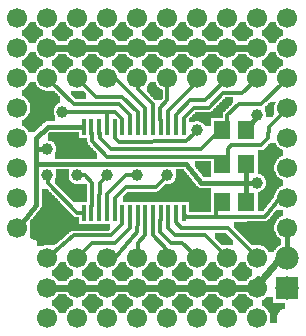
<source format=gtl>
G04 MADE WITH FRITZING*
G04 WWW.FRITZING.ORG*
G04 DOUBLE SIDED*
G04 HOLES PLATED*
G04 CONTOUR ON CENTER OF CONTOUR VECTOR*
%ASAXBY*%
%FSLAX23Y23*%
%MOIN*%
%OFA0B0*%
%SFA1.0B1.0*%
%ADD10C,0.075000*%
%ADD11C,0.039370*%
%ADD12C,0.066929*%
%ADD13C,0.078000*%
%ADD14R,0.013701X0.055000*%
%ADD15R,0.055118X0.059055*%
%ADD16R,0.078000X0.078000*%
%ADD17C,0.016000*%
%ADD18C,0.012000*%
%ADD19C,0.024000*%
%LNCOPPER1*%
G90*
G70*
G54D10*
X164Y382D03*
G54D11*
X151Y620D03*
G54D12*
X451Y1057D03*
X451Y957D03*
X451Y857D03*
X651Y1057D03*
X651Y957D03*
X651Y857D03*
X751Y1057D03*
X751Y957D03*
X751Y857D03*
X551Y1057D03*
X551Y957D03*
X551Y857D03*
X251Y1057D03*
X251Y957D03*
X251Y857D03*
X351Y1057D03*
X351Y957D03*
X351Y857D03*
X151Y1057D03*
X151Y957D03*
X151Y857D03*
X851Y1057D03*
X851Y957D03*
X851Y857D03*
X851Y57D03*
X851Y157D03*
X851Y257D03*
X751Y57D03*
X751Y157D03*
X751Y257D03*
X651Y57D03*
X651Y157D03*
X651Y257D03*
X551Y57D03*
X551Y157D03*
X551Y257D03*
X451Y57D03*
X451Y157D03*
X451Y257D03*
X351Y57D03*
X351Y157D03*
X351Y257D03*
X251Y57D03*
X251Y157D03*
X251Y257D03*
X151Y57D03*
X151Y157D03*
X151Y257D03*
G54D11*
X151Y532D03*
X251Y532D03*
X351Y532D03*
X451Y532D03*
X551Y532D03*
X651Y682D03*
X201Y745D03*
X851Y732D03*
X851Y507D03*
G54D13*
X951Y157D03*
X951Y257D03*
G54D12*
X51Y1057D03*
X51Y957D03*
X51Y857D03*
X51Y757D03*
X51Y657D03*
X51Y557D03*
X51Y457D03*
X51Y357D03*
X951Y1057D03*
X951Y957D03*
X951Y857D03*
X951Y757D03*
X951Y657D03*
X951Y557D03*
X951Y457D03*
X951Y357D03*
G54D14*
X273Y407D03*
X298Y407D03*
X324Y407D03*
X350Y407D03*
X375Y407D03*
X401Y407D03*
X426Y407D03*
X452Y407D03*
X478Y407D03*
X503Y407D03*
X529Y407D03*
X554Y407D03*
X580Y407D03*
X605Y407D03*
X605Y695D03*
X580Y695D03*
X554Y695D03*
X529Y695D03*
X503Y695D03*
X478Y695D03*
X452Y695D03*
X426Y695D03*
X401Y695D03*
X375Y695D03*
X350Y695D03*
X324Y695D03*
X298Y695D03*
X273Y695D03*
G54D15*
X733Y570D03*
X814Y570D03*
X733Y682D03*
X814Y682D03*
X733Y445D03*
X814Y445D03*
G54D16*
X951Y157D03*
G54D17*
X814Y507D02*
X814Y546D01*
D02*
X838Y507D02*
X814Y507D01*
D02*
X814Y507D02*
X838Y507D01*
D02*
X814Y469D02*
X814Y507D01*
D02*
X114Y620D02*
X114Y658D01*
D02*
X114Y658D02*
X152Y694D01*
D02*
X152Y694D02*
X271Y695D01*
D02*
X138Y620D02*
X114Y620D01*
D02*
X843Y722D02*
X832Y706D01*
G54D18*
D02*
X326Y507D02*
X324Y429D01*
D02*
X351Y470D02*
X350Y429D01*
D02*
X414Y533D02*
X351Y470D01*
D02*
X438Y532D02*
X414Y533D01*
D02*
X342Y523D02*
X326Y507D01*
D02*
X301Y507D02*
X299Y429D01*
D02*
X265Y532D02*
X276Y532D01*
D02*
X276Y532D02*
X301Y507D01*
D02*
X251Y408D02*
X271Y407D01*
D02*
X152Y507D02*
X251Y408D01*
D02*
X152Y519D02*
X152Y507D01*
D02*
X576Y332D02*
X553Y358D01*
D02*
X676Y332D02*
X576Y332D01*
D02*
X614Y646D02*
X389Y645D01*
D02*
X239Y333D02*
X364Y333D01*
D02*
X364Y333D02*
X401Y370D01*
D02*
X401Y370D02*
X401Y385D01*
D02*
X376Y307D02*
X427Y358D01*
D02*
X301Y307D02*
X376Y307D01*
D02*
X427Y358D02*
X427Y385D01*
D02*
X451Y345D02*
X452Y385D01*
D02*
X553Y358D02*
X554Y385D01*
D02*
X527Y345D02*
X528Y385D01*
D02*
X735Y274D02*
X676Y332D01*
D02*
X563Y307D02*
X527Y345D01*
D02*
X635Y274D02*
X601Y307D01*
D02*
X601Y307D02*
X563Y307D01*
D02*
X502Y332D02*
X503Y385D01*
D02*
X551Y282D02*
X502Y332D01*
D02*
X551Y281D02*
X551Y282D01*
D02*
X477Y332D02*
X477Y385D01*
D02*
X452Y307D02*
X477Y332D01*
D02*
X452Y281D02*
X452Y307D01*
D02*
X376Y258D02*
X451Y345D01*
D02*
X375Y258D02*
X376Y258D01*
D02*
X268Y274D02*
X301Y307D01*
D02*
X169Y272D02*
X239Y333D01*
D02*
X377Y657D02*
X376Y673D01*
D02*
X389Y645D02*
X377Y657D01*
D02*
X639Y670D02*
X614Y646D01*
D02*
X642Y673D02*
X639Y670D01*
D02*
X514Y494D02*
X413Y494D01*
D02*
X413Y494D02*
X376Y457D01*
D02*
X376Y457D02*
X375Y429D01*
D02*
X542Y523D02*
X514Y494D01*
D02*
X527Y758D02*
X528Y717D01*
D02*
X551Y782D02*
X527Y758D01*
D02*
X551Y834D02*
X551Y782D01*
D02*
X651Y845D02*
X554Y747D01*
D02*
X554Y747D02*
X554Y717D01*
D02*
X650Y834D02*
X651Y845D01*
D02*
X626Y782D02*
X676Y783D01*
D02*
X676Y783D02*
X735Y841D01*
D02*
X581Y735D02*
X626Y782D01*
D02*
X580Y717D02*
X581Y735D01*
D02*
X605Y725D02*
X605Y717D01*
D02*
X801Y807D02*
X738Y808D01*
D02*
X738Y808D02*
X689Y758D01*
D02*
X689Y758D02*
X639Y758D01*
D02*
X639Y758D02*
X605Y725D01*
D02*
X835Y841D02*
X801Y807D01*
D02*
X351Y595D02*
X301Y646D01*
D02*
X301Y646D02*
X300Y673D01*
D02*
X713Y595D02*
X351Y595D01*
D02*
X714Y594D02*
X713Y595D01*
D02*
X364Y620D02*
X326Y657D01*
D02*
X326Y657D02*
X325Y674D01*
D02*
X713Y670D02*
X664Y620D01*
D02*
X664Y620D02*
X364Y620D01*
D02*
X733Y682D02*
X713Y670D01*
D02*
X598Y357D02*
X579Y377D01*
D02*
X579Y377D02*
X579Y385D01*
D02*
X752Y357D02*
X598Y357D01*
D02*
X614Y395D02*
X607Y405D01*
D02*
X713Y433D02*
X713Y395D01*
D02*
X713Y395D02*
X614Y395D01*
D02*
X733Y445D02*
X713Y433D01*
D02*
X835Y274D02*
X752Y357D01*
G54D17*
D02*
X951Y282D02*
X951Y334D01*
G54D18*
D02*
X401Y720D02*
X401Y717D01*
D02*
X377Y745D02*
X401Y720D01*
D02*
X215Y745D02*
X377Y745D01*
D02*
X351Y745D02*
X350Y717D01*
D02*
X215Y745D02*
X351Y745D01*
D02*
X389Y770D02*
X426Y732D01*
D02*
X426Y732D02*
X426Y717D01*
D02*
X239Y770D02*
X389Y770D01*
D02*
X168Y841D02*
X239Y770D01*
G54D17*
D02*
X152Y694D02*
X114Y658D01*
D02*
X114Y658D02*
X114Y433D01*
D02*
X114Y433D02*
X66Y375D01*
D02*
X271Y695D02*
X152Y694D01*
G54D18*
D02*
X314Y795D02*
X401Y795D01*
D02*
X401Y795D02*
X452Y745D01*
D02*
X452Y745D02*
X452Y717D01*
D02*
X268Y841D02*
X314Y795D01*
D02*
X377Y858D02*
X476Y758D01*
D02*
X476Y758D02*
X477Y717D01*
D02*
X375Y858D02*
X377Y858D01*
D02*
X502Y769D02*
X503Y717D01*
D02*
X452Y834D02*
X452Y820D01*
D02*
X452Y820D02*
X502Y769D01*
G54D19*
D02*
X380Y957D02*
X422Y957D01*
D02*
X280Y957D02*
X322Y957D01*
D02*
X222Y957D02*
X180Y957D01*
D02*
X680Y157D02*
X722Y157D01*
D02*
X580Y157D02*
X622Y157D01*
D02*
X480Y157D02*
X522Y157D01*
D02*
X380Y157D02*
X422Y157D01*
D02*
X280Y157D02*
X322Y157D01*
D02*
X222Y157D02*
X180Y157D01*
D02*
X780Y957D02*
X822Y957D01*
D02*
X680Y957D02*
X722Y957D01*
D02*
X580Y957D02*
X622Y957D01*
D02*
X480Y957D02*
X522Y957D01*
D02*
X852Y170D02*
X852Y186D01*
D02*
X926Y258D02*
X852Y170D01*
D02*
X921Y258D02*
X926Y258D01*
D02*
X780Y157D02*
X822Y157D01*
G54D18*
D02*
X926Y457D02*
X876Y395D01*
D02*
X713Y420D02*
X713Y421D01*
D02*
X876Y395D02*
X713Y395D01*
D02*
X713Y395D02*
X713Y420D01*
D02*
X928Y457D02*
X926Y457D01*
G54D17*
D02*
X664Y507D02*
X614Y570D01*
D02*
X614Y570D02*
X114Y570D01*
D02*
X838Y507D02*
X664Y507D01*
D02*
X114Y570D02*
X114Y433D01*
D02*
X114Y433D02*
X66Y375D01*
G54D18*
D02*
X789Y770D02*
X864Y770D01*
D02*
X751Y732D02*
X789Y770D01*
D02*
X751Y708D02*
X751Y732D01*
D02*
X864Y770D02*
X935Y841D01*
D02*
X750Y706D02*
X751Y708D01*
D02*
X764Y632D02*
X752Y620D01*
D02*
X752Y620D02*
X752Y595D01*
D02*
X864Y632D02*
X764Y632D01*
D02*
X888Y658D02*
X864Y632D01*
D02*
X752Y595D02*
X751Y594D01*
D02*
X890Y694D02*
X888Y658D01*
D02*
X935Y741D02*
X890Y694D01*
G36*
X92Y1042D02*
X92Y1040D01*
X90Y1040D01*
X90Y1036D01*
X88Y1036D01*
X88Y1032D01*
X86Y1032D01*
X86Y1030D01*
X84Y1030D01*
X84Y1028D01*
X82Y1028D01*
X82Y1026D01*
X80Y1026D01*
X80Y1024D01*
X78Y1024D01*
X78Y1022D01*
X76Y1022D01*
X76Y1020D01*
X72Y1020D01*
X72Y1018D01*
X68Y1018D01*
X68Y996D01*
X72Y996D01*
X72Y994D01*
X76Y994D01*
X76Y992D01*
X78Y992D01*
X78Y990D01*
X80Y990D01*
X80Y988D01*
X82Y988D01*
X82Y986D01*
X84Y986D01*
X84Y984D01*
X86Y984D01*
X86Y982D01*
X88Y982D01*
X88Y978D01*
X90Y978D01*
X90Y974D01*
X112Y974D01*
X112Y978D01*
X114Y978D01*
X114Y980D01*
X116Y980D01*
X116Y984D01*
X118Y984D01*
X118Y986D01*
X120Y986D01*
X120Y988D01*
X122Y988D01*
X122Y990D01*
X124Y990D01*
X124Y992D01*
X126Y992D01*
X126Y994D01*
X130Y994D01*
X130Y996D01*
X134Y996D01*
X134Y998D01*
X136Y998D01*
X136Y1018D01*
X132Y1018D01*
X132Y1020D01*
X128Y1020D01*
X128Y1022D01*
X124Y1022D01*
X124Y1024D01*
X122Y1024D01*
X122Y1026D01*
X120Y1026D01*
X120Y1028D01*
X118Y1028D01*
X118Y1030D01*
X116Y1030D01*
X116Y1034D01*
X114Y1034D01*
X114Y1038D01*
X112Y1038D01*
X112Y1042D01*
X92Y1042D01*
G37*
D02*
G36*
X192Y1042D02*
X192Y1040D01*
X190Y1040D01*
X190Y1036D01*
X188Y1036D01*
X188Y1032D01*
X186Y1032D01*
X186Y1030D01*
X184Y1030D01*
X184Y1028D01*
X182Y1028D01*
X182Y1026D01*
X180Y1026D01*
X180Y1024D01*
X178Y1024D01*
X178Y1022D01*
X176Y1022D01*
X176Y1020D01*
X172Y1020D01*
X172Y1018D01*
X168Y1018D01*
X168Y996D01*
X172Y996D01*
X172Y994D01*
X176Y994D01*
X176Y992D01*
X178Y992D01*
X178Y990D01*
X180Y990D01*
X180Y988D01*
X182Y988D01*
X182Y986D01*
X184Y986D01*
X184Y984D01*
X186Y984D01*
X186Y982D01*
X188Y982D01*
X188Y980D01*
X216Y980D01*
X216Y984D01*
X218Y984D01*
X218Y986D01*
X220Y986D01*
X220Y988D01*
X222Y988D01*
X222Y990D01*
X224Y990D01*
X224Y992D01*
X226Y992D01*
X226Y994D01*
X230Y994D01*
X230Y996D01*
X234Y996D01*
X234Y998D01*
X236Y998D01*
X236Y1018D01*
X232Y1018D01*
X232Y1020D01*
X228Y1020D01*
X228Y1022D01*
X224Y1022D01*
X224Y1024D01*
X222Y1024D01*
X222Y1026D01*
X220Y1026D01*
X220Y1028D01*
X218Y1028D01*
X218Y1030D01*
X216Y1030D01*
X216Y1034D01*
X214Y1034D01*
X214Y1038D01*
X212Y1038D01*
X212Y1042D01*
X192Y1042D01*
G37*
D02*
G36*
X292Y1042D02*
X292Y1040D01*
X290Y1040D01*
X290Y1036D01*
X288Y1036D01*
X288Y1032D01*
X286Y1032D01*
X286Y1030D01*
X284Y1030D01*
X284Y1028D01*
X282Y1028D01*
X282Y1026D01*
X280Y1026D01*
X280Y1024D01*
X278Y1024D01*
X278Y1022D01*
X276Y1022D01*
X276Y1020D01*
X272Y1020D01*
X272Y1018D01*
X268Y1018D01*
X268Y996D01*
X272Y996D01*
X272Y994D01*
X276Y994D01*
X276Y992D01*
X278Y992D01*
X278Y990D01*
X280Y990D01*
X280Y988D01*
X282Y988D01*
X282Y986D01*
X284Y986D01*
X284Y984D01*
X286Y984D01*
X286Y982D01*
X288Y982D01*
X288Y980D01*
X316Y980D01*
X316Y984D01*
X318Y984D01*
X318Y986D01*
X320Y986D01*
X320Y988D01*
X322Y988D01*
X322Y990D01*
X324Y990D01*
X324Y992D01*
X326Y992D01*
X326Y994D01*
X330Y994D01*
X330Y996D01*
X334Y996D01*
X334Y998D01*
X336Y998D01*
X336Y1018D01*
X332Y1018D01*
X332Y1020D01*
X328Y1020D01*
X328Y1022D01*
X324Y1022D01*
X324Y1024D01*
X322Y1024D01*
X322Y1026D01*
X320Y1026D01*
X320Y1028D01*
X318Y1028D01*
X318Y1030D01*
X316Y1030D01*
X316Y1034D01*
X314Y1034D01*
X314Y1038D01*
X312Y1038D01*
X312Y1042D01*
X292Y1042D01*
G37*
D02*
G36*
X392Y1042D02*
X392Y1040D01*
X390Y1040D01*
X390Y1036D01*
X388Y1036D01*
X388Y1032D01*
X386Y1032D01*
X386Y1030D01*
X384Y1030D01*
X384Y1028D01*
X382Y1028D01*
X382Y1026D01*
X380Y1026D01*
X380Y1024D01*
X378Y1024D01*
X378Y1022D01*
X376Y1022D01*
X376Y1020D01*
X372Y1020D01*
X372Y1018D01*
X368Y1018D01*
X368Y996D01*
X372Y996D01*
X372Y994D01*
X376Y994D01*
X376Y992D01*
X378Y992D01*
X378Y990D01*
X380Y990D01*
X380Y988D01*
X382Y988D01*
X382Y986D01*
X384Y986D01*
X384Y984D01*
X386Y984D01*
X386Y982D01*
X388Y982D01*
X388Y980D01*
X416Y980D01*
X416Y984D01*
X418Y984D01*
X418Y986D01*
X420Y986D01*
X420Y988D01*
X422Y988D01*
X422Y990D01*
X424Y990D01*
X424Y992D01*
X426Y992D01*
X426Y994D01*
X430Y994D01*
X430Y996D01*
X434Y996D01*
X434Y998D01*
X436Y998D01*
X436Y1018D01*
X432Y1018D01*
X432Y1020D01*
X428Y1020D01*
X428Y1022D01*
X424Y1022D01*
X424Y1024D01*
X422Y1024D01*
X422Y1026D01*
X420Y1026D01*
X420Y1028D01*
X418Y1028D01*
X418Y1030D01*
X416Y1030D01*
X416Y1034D01*
X414Y1034D01*
X414Y1038D01*
X412Y1038D01*
X412Y1042D01*
X392Y1042D01*
G37*
D02*
G36*
X492Y1042D02*
X492Y1040D01*
X490Y1040D01*
X490Y1036D01*
X488Y1036D01*
X488Y1032D01*
X486Y1032D01*
X486Y1030D01*
X484Y1030D01*
X484Y1028D01*
X482Y1028D01*
X482Y1026D01*
X480Y1026D01*
X480Y1024D01*
X478Y1024D01*
X478Y1022D01*
X476Y1022D01*
X476Y1020D01*
X472Y1020D01*
X472Y1018D01*
X468Y1018D01*
X468Y996D01*
X472Y996D01*
X472Y994D01*
X476Y994D01*
X476Y992D01*
X478Y992D01*
X478Y990D01*
X480Y990D01*
X480Y988D01*
X482Y988D01*
X482Y986D01*
X484Y986D01*
X484Y984D01*
X486Y984D01*
X486Y982D01*
X488Y982D01*
X488Y980D01*
X516Y980D01*
X516Y984D01*
X518Y984D01*
X518Y986D01*
X520Y986D01*
X520Y988D01*
X522Y988D01*
X522Y990D01*
X524Y990D01*
X524Y992D01*
X526Y992D01*
X526Y994D01*
X530Y994D01*
X530Y996D01*
X534Y996D01*
X534Y998D01*
X536Y998D01*
X536Y1018D01*
X532Y1018D01*
X532Y1020D01*
X528Y1020D01*
X528Y1022D01*
X524Y1022D01*
X524Y1024D01*
X522Y1024D01*
X522Y1026D01*
X520Y1026D01*
X520Y1028D01*
X518Y1028D01*
X518Y1030D01*
X516Y1030D01*
X516Y1034D01*
X514Y1034D01*
X514Y1038D01*
X512Y1038D01*
X512Y1042D01*
X492Y1042D01*
G37*
D02*
G36*
X592Y1042D02*
X592Y1040D01*
X590Y1040D01*
X590Y1036D01*
X588Y1036D01*
X588Y1032D01*
X586Y1032D01*
X586Y1030D01*
X584Y1030D01*
X584Y1028D01*
X582Y1028D01*
X582Y1026D01*
X580Y1026D01*
X580Y1024D01*
X578Y1024D01*
X578Y1022D01*
X576Y1022D01*
X576Y1020D01*
X572Y1020D01*
X572Y1018D01*
X568Y1018D01*
X568Y996D01*
X572Y996D01*
X572Y994D01*
X576Y994D01*
X576Y992D01*
X578Y992D01*
X578Y990D01*
X580Y990D01*
X580Y988D01*
X582Y988D01*
X582Y986D01*
X584Y986D01*
X584Y984D01*
X586Y984D01*
X586Y982D01*
X588Y982D01*
X588Y980D01*
X616Y980D01*
X616Y984D01*
X618Y984D01*
X618Y986D01*
X620Y986D01*
X620Y988D01*
X622Y988D01*
X622Y990D01*
X624Y990D01*
X624Y992D01*
X626Y992D01*
X626Y994D01*
X630Y994D01*
X630Y996D01*
X634Y996D01*
X634Y998D01*
X636Y998D01*
X636Y1018D01*
X632Y1018D01*
X632Y1020D01*
X628Y1020D01*
X628Y1022D01*
X624Y1022D01*
X624Y1024D01*
X622Y1024D01*
X622Y1026D01*
X620Y1026D01*
X620Y1028D01*
X618Y1028D01*
X618Y1030D01*
X616Y1030D01*
X616Y1034D01*
X614Y1034D01*
X614Y1038D01*
X612Y1038D01*
X612Y1042D01*
X592Y1042D01*
G37*
D02*
G36*
X692Y1042D02*
X692Y1040D01*
X690Y1040D01*
X690Y1036D01*
X688Y1036D01*
X688Y1032D01*
X686Y1032D01*
X686Y1030D01*
X684Y1030D01*
X684Y1028D01*
X682Y1028D01*
X682Y1026D01*
X680Y1026D01*
X680Y1024D01*
X678Y1024D01*
X678Y1022D01*
X676Y1022D01*
X676Y1020D01*
X672Y1020D01*
X672Y1018D01*
X668Y1018D01*
X668Y996D01*
X672Y996D01*
X672Y994D01*
X676Y994D01*
X676Y992D01*
X678Y992D01*
X678Y990D01*
X680Y990D01*
X680Y988D01*
X682Y988D01*
X682Y986D01*
X684Y986D01*
X684Y984D01*
X686Y984D01*
X686Y982D01*
X688Y982D01*
X688Y980D01*
X716Y980D01*
X716Y984D01*
X718Y984D01*
X718Y986D01*
X720Y986D01*
X720Y988D01*
X722Y988D01*
X722Y990D01*
X724Y990D01*
X724Y992D01*
X726Y992D01*
X726Y994D01*
X730Y994D01*
X730Y996D01*
X734Y996D01*
X734Y998D01*
X736Y998D01*
X736Y1018D01*
X732Y1018D01*
X732Y1020D01*
X728Y1020D01*
X728Y1022D01*
X724Y1022D01*
X724Y1024D01*
X722Y1024D01*
X722Y1026D01*
X720Y1026D01*
X720Y1028D01*
X718Y1028D01*
X718Y1030D01*
X716Y1030D01*
X716Y1034D01*
X714Y1034D01*
X714Y1038D01*
X712Y1038D01*
X712Y1042D01*
X692Y1042D01*
G37*
D02*
G36*
X792Y1042D02*
X792Y1040D01*
X790Y1040D01*
X790Y1036D01*
X788Y1036D01*
X788Y1032D01*
X786Y1032D01*
X786Y1030D01*
X784Y1030D01*
X784Y1028D01*
X782Y1028D01*
X782Y1026D01*
X780Y1026D01*
X780Y1024D01*
X778Y1024D01*
X778Y1022D01*
X776Y1022D01*
X776Y1020D01*
X772Y1020D01*
X772Y1018D01*
X768Y1018D01*
X768Y996D01*
X772Y996D01*
X772Y994D01*
X776Y994D01*
X776Y992D01*
X778Y992D01*
X778Y990D01*
X780Y990D01*
X780Y988D01*
X782Y988D01*
X782Y986D01*
X784Y986D01*
X784Y984D01*
X786Y984D01*
X786Y982D01*
X788Y982D01*
X788Y980D01*
X816Y980D01*
X816Y984D01*
X818Y984D01*
X818Y986D01*
X820Y986D01*
X820Y988D01*
X822Y988D01*
X822Y990D01*
X824Y990D01*
X824Y992D01*
X826Y992D01*
X826Y994D01*
X830Y994D01*
X830Y996D01*
X834Y996D01*
X834Y998D01*
X836Y998D01*
X836Y1018D01*
X832Y1018D01*
X832Y1020D01*
X828Y1020D01*
X828Y1022D01*
X824Y1022D01*
X824Y1024D01*
X822Y1024D01*
X822Y1026D01*
X820Y1026D01*
X820Y1028D01*
X818Y1028D01*
X818Y1030D01*
X816Y1030D01*
X816Y1034D01*
X814Y1034D01*
X814Y1038D01*
X812Y1038D01*
X812Y1042D01*
X792Y1042D01*
G37*
D02*
G36*
X892Y1042D02*
X892Y1040D01*
X890Y1040D01*
X890Y1036D01*
X888Y1036D01*
X888Y1032D01*
X886Y1032D01*
X886Y1030D01*
X884Y1030D01*
X884Y1028D01*
X882Y1028D01*
X882Y1026D01*
X880Y1026D01*
X880Y1024D01*
X878Y1024D01*
X878Y1022D01*
X876Y1022D01*
X876Y1020D01*
X872Y1020D01*
X872Y1018D01*
X868Y1018D01*
X868Y996D01*
X872Y996D01*
X872Y994D01*
X876Y994D01*
X876Y992D01*
X878Y992D01*
X878Y990D01*
X880Y990D01*
X880Y988D01*
X882Y988D01*
X882Y986D01*
X884Y986D01*
X884Y984D01*
X886Y984D01*
X886Y982D01*
X888Y982D01*
X888Y978D01*
X890Y978D01*
X890Y974D01*
X912Y974D01*
X912Y978D01*
X914Y978D01*
X914Y980D01*
X916Y980D01*
X916Y984D01*
X918Y984D01*
X918Y986D01*
X920Y986D01*
X920Y988D01*
X922Y988D01*
X922Y990D01*
X924Y990D01*
X924Y992D01*
X926Y992D01*
X926Y994D01*
X930Y994D01*
X930Y996D01*
X934Y996D01*
X934Y998D01*
X936Y998D01*
X936Y1018D01*
X932Y1018D01*
X932Y1020D01*
X928Y1020D01*
X928Y1022D01*
X924Y1022D01*
X924Y1024D01*
X922Y1024D01*
X922Y1026D01*
X920Y1026D01*
X920Y1028D01*
X918Y1028D01*
X918Y1030D01*
X916Y1030D01*
X916Y1034D01*
X914Y1034D01*
X914Y1038D01*
X912Y1038D01*
X912Y1042D01*
X892Y1042D01*
G37*
D02*
G36*
X92Y942D02*
X92Y940D01*
X90Y940D01*
X90Y936D01*
X88Y936D01*
X88Y932D01*
X86Y932D01*
X86Y930D01*
X84Y930D01*
X84Y928D01*
X82Y928D01*
X82Y926D01*
X80Y926D01*
X80Y924D01*
X78Y924D01*
X78Y922D01*
X76Y922D01*
X76Y920D01*
X72Y920D01*
X72Y918D01*
X68Y918D01*
X68Y896D01*
X72Y896D01*
X72Y894D01*
X76Y894D01*
X76Y892D01*
X78Y892D01*
X78Y890D01*
X80Y890D01*
X80Y888D01*
X82Y888D01*
X82Y886D01*
X84Y886D01*
X84Y884D01*
X86Y884D01*
X86Y882D01*
X88Y882D01*
X88Y878D01*
X90Y878D01*
X90Y874D01*
X112Y874D01*
X112Y878D01*
X114Y878D01*
X114Y880D01*
X116Y880D01*
X116Y884D01*
X118Y884D01*
X118Y886D01*
X120Y886D01*
X120Y888D01*
X122Y888D01*
X122Y890D01*
X124Y890D01*
X124Y892D01*
X126Y892D01*
X126Y894D01*
X130Y894D01*
X130Y896D01*
X134Y896D01*
X134Y898D01*
X136Y898D01*
X136Y918D01*
X132Y918D01*
X132Y920D01*
X128Y920D01*
X128Y922D01*
X124Y922D01*
X124Y924D01*
X122Y924D01*
X122Y926D01*
X120Y926D01*
X120Y928D01*
X118Y928D01*
X118Y930D01*
X116Y930D01*
X116Y934D01*
X114Y934D01*
X114Y938D01*
X112Y938D01*
X112Y942D01*
X92Y942D01*
G37*
D02*
G36*
X892Y942D02*
X892Y940D01*
X890Y940D01*
X890Y936D01*
X888Y936D01*
X888Y932D01*
X886Y932D01*
X886Y930D01*
X884Y930D01*
X884Y928D01*
X882Y928D01*
X882Y926D01*
X880Y926D01*
X880Y924D01*
X878Y924D01*
X878Y922D01*
X876Y922D01*
X876Y920D01*
X872Y920D01*
X872Y918D01*
X868Y918D01*
X868Y896D01*
X872Y896D01*
X872Y894D01*
X876Y894D01*
X876Y892D01*
X878Y892D01*
X878Y890D01*
X880Y890D01*
X880Y888D01*
X882Y888D01*
X882Y886D01*
X884Y886D01*
X884Y884D01*
X886Y884D01*
X886Y882D01*
X888Y882D01*
X888Y878D01*
X890Y878D01*
X890Y874D01*
X912Y874D01*
X912Y878D01*
X914Y878D01*
X914Y880D01*
X916Y880D01*
X916Y884D01*
X918Y884D01*
X918Y886D01*
X920Y886D01*
X920Y888D01*
X922Y888D01*
X922Y890D01*
X924Y890D01*
X924Y892D01*
X926Y892D01*
X926Y894D01*
X930Y894D01*
X930Y896D01*
X934Y896D01*
X934Y898D01*
X936Y898D01*
X936Y918D01*
X932Y918D01*
X932Y920D01*
X928Y920D01*
X928Y922D01*
X924Y922D01*
X924Y924D01*
X922Y924D01*
X922Y926D01*
X920Y926D01*
X920Y928D01*
X918Y928D01*
X918Y930D01*
X916Y930D01*
X916Y934D01*
X914Y934D01*
X914Y938D01*
X912Y938D01*
X912Y942D01*
X892Y942D01*
G37*
D02*
G36*
X188Y936D02*
X188Y932D01*
X186Y932D01*
X186Y930D01*
X184Y930D01*
X184Y928D01*
X182Y928D01*
X182Y926D01*
X180Y926D01*
X180Y924D01*
X178Y924D01*
X178Y922D01*
X176Y922D01*
X176Y920D01*
X172Y920D01*
X172Y918D01*
X168Y918D01*
X168Y896D01*
X172Y896D01*
X172Y894D01*
X176Y894D01*
X176Y892D01*
X178Y892D01*
X178Y890D01*
X180Y890D01*
X180Y888D01*
X182Y888D01*
X182Y886D01*
X184Y886D01*
X184Y884D01*
X186Y884D01*
X186Y882D01*
X188Y882D01*
X188Y878D01*
X190Y878D01*
X190Y874D01*
X212Y874D01*
X212Y878D01*
X214Y878D01*
X214Y880D01*
X216Y880D01*
X216Y884D01*
X218Y884D01*
X218Y886D01*
X220Y886D01*
X220Y888D01*
X222Y888D01*
X222Y890D01*
X224Y890D01*
X224Y892D01*
X226Y892D01*
X226Y894D01*
X230Y894D01*
X230Y896D01*
X234Y896D01*
X234Y898D01*
X236Y898D01*
X236Y918D01*
X232Y918D01*
X232Y920D01*
X228Y920D01*
X228Y922D01*
X224Y922D01*
X224Y924D01*
X222Y924D01*
X222Y926D01*
X220Y926D01*
X220Y928D01*
X218Y928D01*
X218Y930D01*
X216Y930D01*
X216Y934D01*
X214Y934D01*
X214Y936D01*
X188Y936D01*
G37*
D02*
G36*
X288Y936D02*
X288Y932D01*
X286Y932D01*
X286Y930D01*
X284Y930D01*
X284Y928D01*
X282Y928D01*
X282Y926D01*
X280Y926D01*
X280Y924D01*
X278Y924D01*
X278Y922D01*
X276Y922D01*
X276Y920D01*
X272Y920D01*
X272Y918D01*
X268Y918D01*
X268Y896D01*
X272Y896D01*
X272Y894D01*
X276Y894D01*
X276Y892D01*
X278Y892D01*
X278Y890D01*
X280Y890D01*
X280Y888D01*
X282Y888D01*
X282Y886D01*
X284Y886D01*
X284Y884D01*
X286Y884D01*
X286Y882D01*
X288Y882D01*
X288Y878D01*
X290Y878D01*
X290Y874D01*
X312Y874D01*
X312Y878D01*
X314Y878D01*
X314Y880D01*
X316Y880D01*
X316Y884D01*
X318Y884D01*
X318Y886D01*
X320Y886D01*
X320Y888D01*
X322Y888D01*
X322Y890D01*
X324Y890D01*
X324Y892D01*
X326Y892D01*
X326Y894D01*
X330Y894D01*
X330Y896D01*
X334Y896D01*
X334Y898D01*
X336Y898D01*
X336Y918D01*
X332Y918D01*
X332Y920D01*
X328Y920D01*
X328Y922D01*
X324Y922D01*
X324Y924D01*
X322Y924D01*
X322Y926D01*
X320Y926D01*
X320Y928D01*
X318Y928D01*
X318Y930D01*
X316Y930D01*
X316Y934D01*
X314Y934D01*
X314Y936D01*
X288Y936D01*
G37*
D02*
G36*
X388Y936D02*
X388Y932D01*
X386Y932D01*
X386Y930D01*
X384Y930D01*
X384Y928D01*
X382Y928D01*
X382Y926D01*
X380Y926D01*
X380Y924D01*
X378Y924D01*
X378Y922D01*
X376Y922D01*
X376Y920D01*
X372Y920D01*
X372Y918D01*
X368Y918D01*
X368Y896D01*
X372Y896D01*
X372Y894D01*
X376Y894D01*
X376Y892D01*
X378Y892D01*
X378Y890D01*
X380Y890D01*
X380Y888D01*
X382Y888D01*
X382Y886D01*
X384Y886D01*
X384Y884D01*
X386Y884D01*
X386Y882D01*
X388Y882D01*
X388Y878D01*
X390Y878D01*
X390Y874D01*
X412Y874D01*
X412Y878D01*
X414Y878D01*
X414Y880D01*
X416Y880D01*
X416Y884D01*
X418Y884D01*
X418Y886D01*
X420Y886D01*
X420Y888D01*
X422Y888D01*
X422Y890D01*
X424Y890D01*
X424Y892D01*
X426Y892D01*
X426Y894D01*
X430Y894D01*
X430Y896D01*
X434Y896D01*
X434Y898D01*
X436Y898D01*
X436Y918D01*
X432Y918D01*
X432Y920D01*
X428Y920D01*
X428Y922D01*
X424Y922D01*
X424Y924D01*
X422Y924D01*
X422Y926D01*
X420Y926D01*
X420Y928D01*
X418Y928D01*
X418Y930D01*
X416Y930D01*
X416Y934D01*
X414Y934D01*
X414Y936D01*
X388Y936D01*
G37*
D02*
G36*
X488Y936D02*
X488Y932D01*
X486Y932D01*
X486Y930D01*
X484Y930D01*
X484Y928D01*
X482Y928D01*
X482Y926D01*
X480Y926D01*
X480Y924D01*
X478Y924D01*
X478Y922D01*
X476Y922D01*
X476Y920D01*
X472Y920D01*
X472Y918D01*
X468Y918D01*
X468Y896D01*
X472Y896D01*
X472Y894D01*
X476Y894D01*
X476Y892D01*
X478Y892D01*
X478Y890D01*
X480Y890D01*
X480Y888D01*
X482Y888D01*
X482Y886D01*
X484Y886D01*
X484Y884D01*
X486Y884D01*
X486Y882D01*
X488Y882D01*
X488Y878D01*
X490Y878D01*
X490Y874D01*
X512Y874D01*
X512Y878D01*
X514Y878D01*
X514Y880D01*
X516Y880D01*
X516Y884D01*
X518Y884D01*
X518Y886D01*
X520Y886D01*
X520Y888D01*
X522Y888D01*
X522Y890D01*
X524Y890D01*
X524Y892D01*
X526Y892D01*
X526Y894D01*
X530Y894D01*
X530Y896D01*
X534Y896D01*
X534Y898D01*
X536Y898D01*
X536Y918D01*
X532Y918D01*
X532Y920D01*
X528Y920D01*
X528Y922D01*
X524Y922D01*
X524Y924D01*
X522Y924D01*
X522Y926D01*
X520Y926D01*
X520Y928D01*
X518Y928D01*
X518Y930D01*
X516Y930D01*
X516Y934D01*
X514Y934D01*
X514Y936D01*
X488Y936D01*
G37*
D02*
G36*
X588Y936D02*
X588Y932D01*
X586Y932D01*
X586Y930D01*
X584Y930D01*
X584Y928D01*
X582Y928D01*
X582Y926D01*
X580Y926D01*
X580Y924D01*
X578Y924D01*
X578Y922D01*
X576Y922D01*
X576Y920D01*
X572Y920D01*
X572Y918D01*
X568Y918D01*
X568Y896D01*
X572Y896D01*
X572Y894D01*
X576Y894D01*
X576Y892D01*
X578Y892D01*
X578Y890D01*
X580Y890D01*
X580Y888D01*
X582Y888D01*
X582Y886D01*
X584Y886D01*
X584Y884D01*
X586Y884D01*
X586Y882D01*
X588Y882D01*
X588Y878D01*
X590Y878D01*
X590Y874D01*
X612Y874D01*
X612Y878D01*
X614Y878D01*
X614Y880D01*
X616Y880D01*
X616Y884D01*
X618Y884D01*
X618Y886D01*
X620Y886D01*
X620Y888D01*
X622Y888D01*
X622Y890D01*
X624Y890D01*
X624Y892D01*
X626Y892D01*
X626Y894D01*
X630Y894D01*
X630Y896D01*
X634Y896D01*
X634Y898D01*
X636Y898D01*
X636Y918D01*
X632Y918D01*
X632Y920D01*
X628Y920D01*
X628Y922D01*
X624Y922D01*
X624Y924D01*
X622Y924D01*
X622Y926D01*
X620Y926D01*
X620Y928D01*
X618Y928D01*
X618Y930D01*
X616Y930D01*
X616Y934D01*
X614Y934D01*
X614Y936D01*
X588Y936D01*
G37*
D02*
G36*
X688Y936D02*
X688Y932D01*
X686Y932D01*
X686Y930D01*
X684Y930D01*
X684Y928D01*
X682Y928D01*
X682Y926D01*
X680Y926D01*
X680Y924D01*
X678Y924D01*
X678Y922D01*
X676Y922D01*
X676Y920D01*
X672Y920D01*
X672Y918D01*
X668Y918D01*
X668Y896D01*
X672Y896D01*
X672Y894D01*
X676Y894D01*
X676Y892D01*
X678Y892D01*
X678Y890D01*
X680Y890D01*
X680Y888D01*
X682Y888D01*
X682Y886D01*
X684Y886D01*
X684Y884D01*
X686Y884D01*
X686Y882D01*
X688Y882D01*
X688Y878D01*
X690Y878D01*
X690Y874D01*
X712Y874D01*
X712Y878D01*
X714Y878D01*
X714Y880D01*
X716Y880D01*
X716Y884D01*
X718Y884D01*
X718Y886D01*
X720Y886D01*
X720Y888D01*
X722Y888D01*
X722Y890D01*
X724Y890D01*
X724Y892D01*
X726Y892D01*
X726Y894D01*
X730Y894D01*
X730Y896D01*
X734Y896D01*
X734Y898D01*
X736Y898D01*
X736Y918D01*
X732Y918D01*
X732Y920D01*
X728Y920D01*
X728Y922D01*
X724Y922D01*
X724Y924D01*
X722Y924D01*
X722Y926D01*
X720Y926D01*
X720Y928D01*
X718Y928D01*
X718Y930D01*
X716Y930D01*
X716Y934D01*
X714Y934D01*
X714Y936D01*
X688Y936D01*
G37*
D02*
G36*
X788Y936D02*
X788Y932D01*
X786Y932D01*
X786Y930D01*
X784Y930D01*
X784Y928D01*
X782Y928D01*
X782Y926D01*
X780Y926D01*
X780Y924D01*
X778Y924D01*
X778Y922D01*
X776Y922D01*
X776Y920D01*
X772Y920D01*
X772Y918D01*
X768Y918D01*
X768Y896D01*
X772Y896D01*
X772Y894D01*
X776Y894D01*
X776Y892D01*
X778Y892D01*
X778Y890D01*
X780Y890D01*
X780Y888D01*
X782Y888D01*
X782Y886D01*
X784Y886D01*
X784Y884D01*
X786Y884D01*
X786Y882D01*
X788Y882D01*
X788Y878D01*
X790Y878D01*
X790Y874D01*
X812Y874D01*
X812Y878D01*
X814Y878D01*
X814Y880D01*
X816Y880D01*
X816Y884D01*
X818Y884D01*
X818Y886D01*
X820Y886D01*
X820Y888D01*
X822Y888D01*
X822Y890D01*
X824Y890D01*
X824Y892D01*
X826Y892D01*
X826Y894D01*
X830Y894D01*
X830Y896D01*
X834Y896D01*
X834Y898D01*
X836Y898D01*
X836Y918D01*
X832Y918D01*
X832Y920D01*
X828Y920D01*
X828Y922D01*
X824Y922D01*
X824Y924D01*
X822Y924D01*
X822Y926D01*
X820Y926D01*
X820Y928D01*
X818Y928D01*
X818Y930D01*
X816Y930D01*
X816Y934D01*
X814Y934D01*
X814Y936D01*
X788Y936D01*
G37*
D02*
G36*
X92Y842D02*
X92Y840D01*
X90Y840D01*
X90Y836D01*
X88Y836D01*
X88Y832D01*
X86Y832D01*
X86Y830D01*
X84Y830D01*
X84Y828D01*
X82Y828D01*
X82Y826D01*
X80Y826D01*
X80Y824D01*
X78Y824D01*
X78Y822D01*
X76Y822D01*
X76Y820D01*
X72Y820D01*
X72Y818D01*
X68Y818D01*
X68Y796D01*
X72Y796D01*
X72Y794D01*
X76Y794D01*
X76Y792D01*
X78Y792D01*
X78Y790D01*
X80Y790D01*
X80Y788D01*
X82Y788D01*
X82Y786D01*
X84Y786D01*
X84Y784D01*
X86Y784D01*
X86Y782D01*
X88Y782D01*
X88Y778D01*
X90Y778D01*
X90Y774D01*
X92Y774D01*
X92Y768D01*
X94Y768D01*
X94Y746D01*
X92Y746D01*
X92Y740D01*
X90Y740D01*
X90Y736D01*
X88Y736D01*
X88Y732D01*
X86Y732D01*
X86Y730D01*
X84Y730D01*
X84Y728D01*
X82Y728D01*
X82Y726D01*
X80Y726D01*
X80Y724D01*
X78Y724D01*
X78Y722D01*
X76Y722D01*
X76Y720D01*
X72Y720D01*
X72Y718D01*
X68Y718D01*
X68Y696D01*
X72Y696D01*
X72Y694D01*
X76Y694D01*
X76Y692D01*
X78Y692D01*
X78Y690D01*
X80Y690D01*
X80Y688D01*
X82Y688D01*
X82Y686D01*
X84Y686D01*
X84Y684D01*
X86Y684D01*
X86Y682D01*
X88Y682D01*
X88Y678D01*
X110Y678D01*
X110Y680D01*
X112Y680D01*
X112Y682D01*
X114Y682D01*
X114Y684D01*
X116Y684D01*
X116Y686D01*
X118Y686D01*
X118Y688D01*
X120Y688D01*
X120Y690D01*
X122Y690D01*
X122Y692D01*
X124Y692D01*
X124Y694D01*
X126Y694D01*
X126Y696D01*
X128Y696D01*
X128Y698D01*
X132Y698D01*
X132Y700D01*
X134Y700D01*
X134Y702D01*
X136Y702D01*
X136Y704D01*
X138Y704D01*
X138Y706D01*
X140Y706D01*
X140Y708D01*
X142Y708D01*
X142Y710D01*
X146Y710D01*
X146Y712D01*
X176Y712D01*
X176Y732D01*
X174Y732D01*
X174Y736D01*
X172Y736D01*
X172Y754D01*
X174Y754D01*
X174Y758D01*
X176Y758D01*
X176Y762D01*
X178Y762D01*
X178Y764D01*
X180Y764D01*
X180Y766D01*
X182Y766D01*
X182Y768D01*
X184Y768D01*
X184Y770D01*
X188Y770D01*
X188Y772D01*
X192Y772D01*
X192Y774D01*
X194Y774D01*
X194Y794D01*
X192Y794D01*
X192Y796D01*
X190Y796D01*
X190Y798D01*
X188Y798D01*
X188Y800D01*
X186Y800D01*
X186Y802D01*
X184Y802D01*
X184Y804D01*
X182Y804D01*
X182Y806D01*
X180Y806D01*
X180Y808D01*
X178Y808D01*
X178Y810D01*
X176Y810D01*
X176Y812D01*
X174Y812D01*
X174Y814D01*
X142Y814D01*
X142Y816D01*
X136Y816D01*
X136Y818D01*
X132Y818D01*
X132Y820D01*
X128Y820D01*
X128Y822D01*
X124Y822D01*
X124Y824D01*
X122Y824D01*
X122Y826D01*
X120Y826D01*
X120Y828D01*
X118Y828D01*
X118Y830D01*
X116Y830D01*
X116Y834D01*
X114Y834D01*
X114Y838D01*
X112Y838D01*
X112Y842D01*
X92Y842D01*
G37*
D02*
G36*
X492Y842D02*
X492Y840D01*
X490Y840D01*
X490Y836D01*
X488Y836D01*
X488Y832D01*
X486Y832D01*
X486Y830D01*
X484Y830D01*
X484Y810D01*
X486Y810D01*
X486Y808D01*
X488Y808D01*
X488Y806D01*
X490Y806D01*
X490Y804D01*
X492Y804D01*
X492Y800D01*
X494Y800D01*
X494Y798D01*
X496Y798D01*
X496Y796D01*
X498Y796D01*
X498Y794D01*
X500Y794D01*
X500Y792D01*
X502Y792D01*
X502Y790D01*
X504Y790D01*
X504Y788D01*
X506Y788D01*
X506Y786D01*
X508Y786D01*
X508Y784D01*
X510Y784D01*
X510Y782D01*
X530Y782D01*
X530Y784D01*
X532Y784D01*
X532Y786D01*
X534Y786D01*
X534Y788D01*
X536Y788D01*
X536Y818D01*
X532Y818D01*
X532Y820D01*
X528Y820D01*
X528Y822D01*
X524Y822D01*
X524Y824D01*
X522Y824D01*
X522Y826D01*
X520Y826D01*
X520Y828D01*
X518Y828D01*
X518Y830D01*
X516Y830D01*
X516Y834D01*
X514Y834D01*
X514Y838D01*
X512Y838D01*
X512Y842D01*
X492Y842D01*
G37*
D02*
G36*
X230Y814D02*
X230Y800D01*
X232Y800D01*
X232Y798D01*
X234Y798D01*
X234Y796D01*
X236Y796D01*
X236Y794D01*
X238Y794D01*
X238Y792D01*
X240Y792D01*
X240Y790D01*
X242Y790D01*
X242Y788D01*
X244Y788D01*
X244Y786D01*
X280Y786D01*
X280Y806D01*
X278Y806D01*
X278Y808D01*
X276Y808D01*
X276Y810D01*
X274Y810D01*
X274Y812D01*
X272Y812D01*
X272Y814D01*
X230Y814D01*
G37*
D02*
G36*
X744Y792D02*
X744Y790D01*
X742Y790D01*
X742Y788D01*
X740Y788D01*
X740Y786D01*
X738Y786D01*
X738Y784D01*
X736Y784D01*
X736Y782D01*
X734Y782D01*
X734Y780D01*
X732Y780D01*
X732Y778D01*
X730Y778D01*
X730Y776D01*
X728Y776D01*
X728Y774D01*
X726Y774D01*
X726Y772D01*
X724Y772D01*
X724Y770D01*
X722Y770D01*
X722Y768D01*
X720Y768D01*
X720Y766D01*
X718Y766D01*
X718Y764D01*
X716Y764D01*
X716Y762D01*
X714Y762D01*
X714Y760D01*
X712Y760D01*
X712Y758D01*
X710Y758D01*
X710Y756D01*
X708Y756D01*
X708Y754D01*
X706Y754D01*
X706Y752D01*
X704Y752D01*
X704Y750D01*
X702Y750D01*
X702Y748D01*
X700Y748D01*
X700Y746D01*
X698Y746D01*
X698Y744D01*
X694Y744D01*
X694Y742D01*
X644Y742D01*
X644Y740D01*
X642Y740D01*
X642Y738D01*
X640Y738D01*
X640Y736D01*
X638Y736D01*
X638Y734D01*
X636Y734D01*
X636Y732D01*
X634Y732D01*
X634Y730D01*
X632Y730D01*
X632Y728D01*
X630Y728D01*
X630Y726D01*
X628Y726D01*
X628Y724D01*
X626Y724D01*
X626Y722D01*
X624Y722D01*
X624Y720D01*
X622Y720D01*
X622Y712D01*
X658Y712D01*
X658Y710D01*
X664Y710D01*
X664Y708D01*
X668Y708D01*
X668Y706D01*
X670Y706D01*
X670Y704D01*
X672Y704D01*
X672Y702D01*
X674Y702D01*
X674Y700D01*
X676Y700D01*
X676Y696D01*
X696Y696D01*
X696Y722D01*
X736Y722D01*
X736Y740D01*
X738Y740D01*
X738Y742D01*
X740Y742D01*
X740Y744D01*
X742Y744D01*
X742Y746D01*
X744Y746D01*
X744Y748D01*
X746Y748D01*
X746Y750D01*
X748Y750D01*
X748Y752D01*
X750Y752D01*
X750Y754D01*
X752Y754D01*
X752Y756D01*
X754Y756D01*
X754Y758D01*
X756Y758D01*
X756Y760D01*
X758Y760D01*
X758Y762D01*
X760Y762D01*
X760Y764D01*
X762Y764D01*
X762Y766D01*
X764Y766D01*
X764Y768D01*
X766Y768D01*
X766Y770D01*
X768Y770D01*
X768Y772D01*
X770Y772D01*
X770Y792D01*
X744Y792D01*
G37*
D02*
G36*
X622Y712D02*
X622Y710D01*
X644Y710D01*
X644Y712D01*
X622Y712D01*
G37*
D02*
G36*
X892Y776D02*
X892Y774D01*
X890Y774D01*
X890Y772D01*
X888Y772D01*
X888Y770D01*
X886Y770D01*
X886Y768D01*
X884Y768D01*
X884Y766D01*
X882Y766D01*
X882Y764D01*
X880Y764D01*
X880Y762D01*
X878Y762D01*
X878Y742D01*
X880Y742D01*
X880Y726D01*
X900Y726D01*
X900Y728D01*
X902Y728D01*
X902Y730D01*
X904Y730D01*
X904Y732D01*
X906Y732D01*
X906Y734D01*
X908Y734D01*
X908Y766D01*
X910Y766D01*
X910Y774D01*
X912Y774D01*
X912Y776D01*
X892Y776D01*
G37*
D02*
G36*
X158Y676D02*
X158Y674D01*
X156Y674D01*
X156Y672D01*
X154Y672D01*
X154Y670D01*
X152Y670D01*
X152Y650D01*
X154Y650D01*
X154Y648D01*
X162Y648D01*
X162Y646D01*
X166Y646D01*
X166Y644D01*
X170Y644D01*
X170Y642D01*
X172Y642D01*
X172Y640D01*
X174Y640D01*
X174Y638D01*
X176Y638D01*
X176Y634D01*
X178Y634D01*
X178Y630D01*
X180Y630D01*
X180Y610D01*
X178Y610D01*
X178Y588D01*
X316Y588D01*
X316Y608D01*
X314Y608D01*
X314Y610D01*
X312Y610D01*
X312Y612D01*
X310Y612D01*
X310Y614D01*
X308Y614D01*
X308Y616D01*
X306Y616D01*
X306Y618D01*
X304Y618D01*
X304Y620D01*
X302Y620D01*
X302Y622D01*
X300Y622D01*
X300Y624D01*
X298Y624D01*
X298Y626D01*
X296Y626D01*
X296Y628D01*
X294Y628D01*
X294Y630D01*
X292Y630D01*
X292Y632D01*
X290Y632D01*
X290Y634D01*
X288Y634D01*
X288Y638D01*
X286Y638D01*
X286Y644D01*
X284Y644D01*
X284Y658D01*
X256Y658D01*
X256Y676D01*
X158Y676D01*
G37*
D02*
G36*
X892Y640D02*
X892Y638D01*
X890Y638D01*
X890Y636D01*
X888Y636D01*
X888Y632D01*
X886Y632D01*
X886Y630D01*
X884Y630D01*
X884Y628D01*
X882Y628D01*
X882Y626D01*
X880Y626D01*
X880Y624D01*
X878Y624D01*
X878Y622D01*
X876Y622D01*
X876Y620D01*
X874Y620D01*
X874Y618D01*
X870Y618D01*
X870Y616D01*
X852Y616D01*
X852Y536D01*
X862Y536D01*
X862Y534D01*
X866Y534D01*
X866Y532D01*
X868Y532D01*
X868Y530D01*
X872Y530D01*
X872Y528D01*
X874Y528D01*
X874Y524D01*
X876Y524D01*
X876Y522D01*
X878Y522D01*
X878Y518D01*
X880Y518D01*
X880Y496D01*
X878Y496D01*
X878Y492D01*
X876Y492D01*
X876Y490D01*
X874Y490D01*
X874Y488D01*
X872Y488D01*
X872Y486D01*
X870Y486D01*
X870Y484D01*
X868Y484D01*
X868Y482D01*
X864Y482D01*
X864Y480D01*
X860Y480D01*
X860Y478D01*
X852Y478D01*
X852Y414D01*
X872Y414D01*
X872Y416D01*
X874Y416D01*
X874Y420D01*
X876Y420D01*
X876Y422D01*
X878Y422D01*
X878Y424D01*
X880Y424D01*
X880Y426D01*
X882Y426D01*
X882Y430D01*
X884Y430D01*
X884Y432D01*
X886Y432D01*
X886Y434D01*
X888Y434D01*
X888Y436D01*
X890Y436D01*
X890Y440D01*
X892Y440D01*
X892Y442D01*
X894Y442D01*
X894Y444D01*
X896Y444D01*
X896Y446D01*
X898Y446D01*
X898Y450D01*
X900Y450D01*
X900Y452D01*
X902Y452D01*
X902Y454D01*
X904Y454D01*
X904Y456D01*
X906Y456D01*
X906Y460D01*
X908Y460D01*
X908Y466D01*
X910Y466D01*
X910Y474D01*
X912Y474D01*
X912Y478D01*
X914Y478D01*
X914Y480D01*
X916Y480D01*
X916Y484D01*
X918Y484D01*
X918Y486D01*
X920Y486D01*
X920Y488D01*
X922Y488D01*
X922Y490D01*
X924Y490D01*
X924Y492D01*
X926Y492D01*
X926Y494D01*
X930Y494D01*
X930Y496D01*
X934Y496D01*
X934Y498D01*
X936Y498D01*
X936Y518D01*
X932Y518D01*
X932Y520D01*
X928Y520D01*
X928Y522D01*
X924Y522D01*
X924Y524D01*
X922Y524D01*
X922Y526D01*
X920Y526D01*
X920Y528D01*
X918Y528D01*
X918Y530D01*
X916Y530D01*
X916Y534D01*
X914Y534D01*
X914Y538D01*
X912Y538D01*
X912Y542D01*
X910Y542D01*
X910Y548D01*
X908Y548D01*
X908Y566D01*
X910Y566D01*
X910Y574D01*
X912Y574D01*
X912Y578D01*
X914Y578D01*
X914Y580D01*
X916Y580D01*
X916Y584D01*
X918Y584D01*
X918Y586D01*
X920Y586D01*
X920Y588D01*
X922Y588D01*
X922Y590D01*
X924Y590D01*
X924Y592D01*
X926Y592D01*
X926Y594D01*
X930Y594D01*
X930Y596D01*
X934Y596D01*
X934Y598D01*
X936Y598D01*
X936Y618D01*
X932Y618D01*
X932Y620D01*
X928Y620D01*
X928Y622D01*
X924Y622D01*
X924Y624D01*
X922Y624D01*
X922Y626D01*
X920Y626D01*
X920Y628D01*
X918Y628D01*
X918Y630D01*
X916Y630D01*
X916Y634D01*
X914Y634D01*
X914Y638D01*
X912Y638D01*
X912Y640D01*
X892Y640D01*
G37*
D02*
G36*
X644Y580D02*
X644Y560D01*
X646Y560D01*
X646Y558D01*
X648Y558D01*
X648Y554D01*
X650Y554D01*
X650Y552D01*
X652Y552D01*
X652Y550D01*
X654Y550D01*
X654Y548D01*
X656Y548D01*
X656Y544D01*
X658Y544D01*
X658Y542D01*
X660Y542D01*
X660Y540D01*
X662Y540D01*
X662Y538D01*
X664Y538D01*
X664Y536D01*
X666Y536D01*
X666Y532D01*
X668Y532D01*
X668Y530D01*
X670Y530D01*
X670Y528D01*
X672Y528D01*
X672Y526D01*
X696Y526D01*
X696Y580D01*
X644Y580D01*
G37*
D02*
G36*
X180Y552D02*
X180Y522D01*
X178Y522D01*
X178Y502D01*
X248Y502D01*
X248Y504D01*
X240Y504D01*
X240Y506D01*
X236Y506D01*
X236Y508D01*
X234Y508D01*
X234Y510D01*
X230Y510D01*
X230Y512D01*
X228Y512D01*
X228Y516D01*
X226Y516D01*
X226Y518D01*
X224Y518D01*
X224Y524D01*
X222Y524D01*
X222Y552D01*
X180Y552D01*
G37*
D02*
G36*
X256Y504D02*
X256Y502D01*
X282Y502D01*
X282Y504D01*
X256Y504D01*
G37*
D02*
G36*
X180Y502D02*
X180Y500D01*
X284Y500D01*
X284Y502D01*
X180Y502D01*
G37*
D02*
G36*
X180Y502D02*
X180Y500D01*
X284Y500D01*
X284Y502D01*
X180Y502D01*
G37*
D02*
G36*
X182Y500D02*
X182Y498D01*
X184Y498D01*
X184Y496D01*
X186Y496D01*
X186Y494D01*
X188Y494D01*
X188Y492D01*
X190Y492D01*
X190Y490D01*
X192Y490D01*
X192Y488D01*
X194Y488D01*
X194Y486D01*
X196Y486D01*
X196Y484D01*
X198Y484D01*
X198Y482D01*
X200Y482D01*
X200Y480D01*
X202Y480D01*
X202Y478D01*
X204Y478D01*
X204Y476D01*
X206Y476D01*
X206Y474D01*
X208Y474D01*
X208Y472D01*
X210Y472D01*
X210Y470D01*
X212Y470D01*
X212Y468D01*
X214Y468D01*
X214Y466D01*
X216Y466D01*
X216Y464D01*
X218Y464D01*
X218Y462D01*
X220Y462D01*
X220Y460D01*
X222Y460D01*
X222Y458D01*
X224Y458D01*
X224Y456D01*
X226Y456D01*
X226Y454D01*
X228Y454D01*
X228Y452D01*
X230Y452D01*
X230Y450D01*
X232Y450D01*
X232Y448D01*
X234Y448D01*
X234Y446D01*
X236Y446D01*
X236Y444D01*
X284Y444D01*
X284Y500D01*
X182Y500D01*
G37*
D02*
G36*
X580Y552D02*
X580Y522D01*
X578Y522D01*
X578Y518D01*
X576Y518D01*
X576Y514D01*
X574Y514D01*
X574Y512D01*
X572Y512D01*
X572Y510D01*
X570Y510D01*
X570Y508D01*
X566Y508D01*
X566Y506D01*
X564Y506D01*
X564Y504D01*
X556Y504D01*
X556Y502D01*
X542Y502D01*
X542Y500D01*
X540Y500D01*
X540Y498D01*
X538Y498D01*
X538Y496D01*
X536Y496D01*
X536Y494D01*
X534Y494D01*
X534Y492D01*
X532Y492D01*
X532Y490D01*
X530Y490D01*
X530Y488D01*
X528Y488D01*
X528Y486D01*
X526Y486D01*
X526Y484D01*
X524Y484D01*
X524Y482D01*
X522Y482D01*
X522Y480D01*
X518Y480D01*
X518Y478D01*
X418Y478D01*
X418Y476D01*
X416Y476D01*
X416Y474D01*
X414Y474D01*
X414Y472D01*
X412Y472D01*
X412Y470D01*
X410Y470D01*
X410Y468D01*
X408Y468D01*
X408Y466D01*
X406Y466D01*
X406Y464D01*
X404Y464D01*
X404Y444D01*
X622Y444D01*
X622Y410D01*
X696Y410D01*
X696Y490D01*
X656Y490D01*
X656Y492D01*
X654Y492D01*
X654Y494D01*
X652Y494D01*
X652Y496D01*
X650Y496D01*
X650Y498D01*
X648Y498D01*
X648Y500D01*
X646Y500D01*
X646Y502D01*
X644Y502D01*
X644Y504D01*
X642Y504D01*
X642Y508D01*
X640Y508D01*
X640Y510D01*
X638Y510D01*
X638Y512D01*
X636Y512D01*
X636Y514D01*
X634Y514D01*
X634Y518D01*
X632Y518D01*
X632Y520D01*
X630Y520D01*
X630Y522D01*
X628Y522D01*
X628Y524D01*
X626Y524D01*
X626Y528D01*
X624Y528D01*
X624Y530D01*
X622Y530D01*
X622Y532D01*
X620Y532D01*
X620Y534D01*
X618Y534D01*
X618Y538D01*
X616Y538D01*
X616Y540D01*
X614Y540D01*
X614Y542D01*
X612Y542D01*
X612Y544D01*
X610Y544D01*
X610Y548D01*
X608Y548D01*
X608Y550D01*
X606Y550D01*
X606Y552D01*
X580Y552D01*
G37*
D02*
G36*
X132Y486D02*
X132Y428D01*
X130Y428D01*
X130Y422D01*
X128Y422D01*
X128Y420D01*
X126Y420D01*
X126Y418D01*
X124Y418D01*
X124Y416D01*
X122Y416D01*
X122Y412D01*
X120Y412D01*
X120Y410D01*
X118Y410D01*
X118Y408D01*
X116Y408D01*
X116Y406D01*
X114Y406D01*
X114Y404D01*
X112Y404D01*
X112Y400D01*
X110Y400D01*
X110Y398D01*
X108Y398D01*
X108Y396D01*
X106Y396D01*
X106Y394D01*
X104Y394D01*
X104Y392D01*
X102Y392D01*
X102Y388D01*
X100Y388D01*
X100Y386D01*
X98Y386D01*
X98Y384D01*
X96Y384D01*
X96Y382D01*
X94Y382D01*
X94Y346D01*
X92Y346D01*
X92Y324D01*
X94Y324D01*
X94Y322D01*
X98Y322D01*
X98Y320D01*
X102Y320D01*
X102Y318D01*
X108Y318D01*
X108Y316D01*
X112Y316D01*
X112Y314D01*
X116Y314D01*
X116Y312D01*
X118Y312D01*
X118Y298D01*
X140Y298D01*
X140Y300D01*
X178Y300D01*
X178Y302D01*
X180Y302D01*
X180Y304D01*
X182Y304D01*
X182Y306D01*
X184Y306D01*
X184Y308D01*
X188Y308D01*
X188Y310D01*
X190Y310D01*
X190Y312D01*
X192Y312D01*
X192Y314D01*
X194Y314D01*
X194Y316D01*
X196Y316D01*
X196Y318D01*
X200Y318D01*
X200Y320D01*
X202Y320D01*
X202Y322D01*
X204Y322D01*
X204Y324D01*
X206Y324D01*
X206Y326D01*
X208Y326D01*
X208Y328D01*
X210Y328D01*
X210Y330D01*
X214Y330D01*
X214Y332D01*
X216Y332D01*
X216Y334D01*
X218Y334D01*
X218Y336D01*
X220Y336D01*
X220Y338D01*
X222Y338D01*
X222Y340D01*
X224Y340D01*
X224Y342D01*
X228Y342D01*
X228Y344D01*
X230Y344D01*
X230Y346D01*
X232Y346D01*
X232Y348D01*
X358Y348D01*
X358Y350D01*
X360Y350D01*
X360Y370D01*
X256Y370D01*
X256Y392D01*
X244Y392D01*
X244Y394D01*
X240Y394D01*
X240Y396D01*
X238Y396D01*
X238Y398D01*
X236Y398D01*
X236Y400D01*
X234Y400D01*
X234Y402D01*
X232Y402D01*
X232Y404D01*
X230Y404D01*
X230Y406D01*
X228Y406D01*
X228Y408D01*
X226Y408D01*
X226Y410D01*
X224Y410D01*
X224Y412D01*
X222Y412D01*
X222Y414D01*
X220Y414D01*
X220Y416D01*
X218Y416D01*
X218Y418D01*
X216Y418D01*
X216Y420D01*
X214Y420D01*
X214Y422D01*
X212Y422D01*
X212Y424D01*
X210Y424D01*
X210Y426D01*
X208Y426D01*
X208Y428D01*
X206Y428D01*
X206Y430D01*
X204Y430D01*
X204Y432D01*
X202Y432D01*
X202Y434D01*
X200Y434D01*
X200Y436D01*
X198Y436D01*
X198Y438D01*
X196Y438D01*
X196Y440D01*
X194Y440D01*
X194Y442D01*
X192Y442D01*
X192Y446D01*
X190Y446D01*
X190Y448D01*
X188Y448D01*
X188Y450D01*
X186Y450D01*
X186Y452D01*
X184Y452D01*
X184Y454D01*
X182Y454D01*
X182Y456D01*
X180Y456D01*
X180Y458D01*
X178Y458D01*
X178Y460D01*
X176Y460D01*
X176Y462D01*
X174Y462D01*
X174Y464D01*
X172Y464D01*
X172Y466D01*
X170Y466D01*
X170Y468D01*
X168Y468D01*
X168Y470D01*
X166Y470D01*
X166Y472D01*
X164Y472D01*
X164Y474D01*
X162Y474D01*
X162Y476D01*
X160Y476D01*
X160Y478D01*
X158Y478D01*
X158Y480D01*
X156Y480D01*
X156Y482D01*
X154Y482D01*
X154Y484D01*
X152Y484D01*
X152Y486D01*
X132Y486D01*
G37*
D02*
G36*
X914Y418D02*
X914Y416D01*
X912Y416D01*
X912Y414D01*
X910Y414D01*
X910Y410D01*
X908Y410D01*
X908Y408D01*
X906Y408D01*
X906Y406D01*
X904Y406D01*
X904Y404D01*
X902Y404D01*
X902Y400D01*
X900Y400D01*
X900Y398D01*
X898Y398D01*
X898Y396D01*
X896Y396D01*
X896Y394D01*
X894Y394D01*
X894Y390D01*
X892Y390D01*
X892Y388D01*
X890Y388D01*
X890Y386D01*
X888Y386D01*
X888Y384D01*
X886Y384D01*
X886Y382D01*
X884Y382D01*
X884Y380D01*
X816Y380D01*
X816Y378D01*
X772Y378D01*
X772Y358D01*
X774Y358D01*
X774Y356D01*
X776Y356D01*
X776Y354D01*
X778Y354D01*
X778Y352D01*
X780Y352D01*
X780Y350D01*
X782Y350D01*
X782Y348D01*
X784Y348D01*
X784Y346D01*
X786Y346D01*
X786Y344D01*
X788Y344D01*
X788Y342D01*
X790Y342D01*
X790Y340D01*
X792Y340D01*
X792Y338D01*
X794Y338D01*
X794Y336D01*
X796Y336D01*
X796Y334D01*
X798Y334D01*
X798Y332D01*
X800Y332D01*
X800Y330D01*
X802Y330D01*
X802Y328D01*
X804Y328D01*
X804Y326D01*
X806Y326D01*
X806Y324D01*
X808Y324D01*
X808Y322D01*
X810Y322D01*
X810Y320D01*
X812Y320D01*
X812Y318D01*
X814Y318D01*
X814Y316D01*
X816Y316D01*
X816Y314D01*
X818Y314D01*
X818Y312D01*
X820Y312D01*
X820Y310D01*
X822Y310D01*
X822Y308D01*
X824Y308D01*
X824Y306D01*
X826Y306D01*
X826Y304D01*
X828Y304D01*
X828Y302D01*
X830Y302D01*
X830Y300D01*
X862Y300D01*
X862Y298D01*
X868Y298D01*
X868Y296D01*
X872Y296D01*
X872Y294D01*
X876Y294D01*
X876Y292D01*
X878Y292D01*
X878Y290D01*
X880Y290D01*
X880Y288D01*
X882Y288D01*
X882Y286D01*
X884Y286D01*
X884Y284D01*
X886Y284D01*
X886Y282D01*
X888Y282D01*
X888Y278D01*
X908Y278D01*
X908Y282D01*
X910Y282D01*
X910Y284D01*
X912Y284D01*
X912Y288D01*
X914Y288D01*
X914Y290D01*
X916Y290D01*
X916Y292D01*
X918Y292D01*
X918Y294D01*
X920Y294D01*
X920Y296D01*
X924Y296D01*
X924Y298D01*
X926Y298D01*
X926Y300D01*
X930Y300D01*
X930Y320D01*
X928Y320D01*
X928Y322D01*
X924Y322D01*
X924Y324D01*
X922Y324D01*
X922Y326D01*
X920Y326D01*
X920Y328D01*
X918Y328D01*
X918Y330D01*
X916Y330D01*
X916Y334D01*
X914Y334D01*
X914Y338D01*
X912Y338D01*
X912Y342D01*
X910Y342D01*
X910Y348D01*
X908Y348D01*
X908Y366D01*
X910Y366D01*
X910Y374D01*
X912Y374D01*
X912Y378D01*
X914Y378D01*
X914Y380D01*
X916Y380D01*
X916Y384D01*
X918Y384D01*
X918Y386D01*
X920Y386D01*
X920Y388D01*
X922Y388D01*
X922Y390D01*
X924Y390D01*
X924Y392D01*
X926Y392D01*
X926Y394D01*
X930Y394D01*
X930Y396D01*
X934Y396D01*
X934Y398D01*
X936Y398D01*
X936Y418D01*
X914Y418D01*
G37*
D02*
G36*
X710Y340D02*
X710Y320D01*
X712Y320D01*
X712Y318D01*
X714Y318D01*
X714Y316D01*
X716Y316D01*
X716Y314D01*
X718Y314D01*
X718Y312D01*
X720Y312D01*
X720Y310D01*
X722Y310D01*
X722Y308D01*
X724Y308D01*
X724Y306D01*
X726Y306D01*
X726Y304D01*
X728Y304D01*
X728Y302D01*
X730Y302D01*
X730Y300D01*
X770Y300D01*
X770Y316D01*
X768Y316D01*
X768Y318D01*
X766Y318D01*
X766Y320D01*
X764Y320D01*
X764Y322D01*
X762Y322D01*
X762Y324D01*
X760Y324D01*
X760Y326D01*
X758Y326D01*
X758Y328D01*
X756Y328D01*
X756Y330D01*
X754Y330D01*
X754Y332D01*
X752Y332D01*
X752Y334D01*
X750Y334D01*
X750Y336D01*
X748Y336D01*
X748Y338D01*
X746Y338D01*
X746Y340D01*
X710Y340D01*
G37*
D02*
G36*
X192Y242D02*
X192Y240D01*
X190Y240D01*
X190Y236D01*
X188Y236D01*
X188Y232D01*
X186Y232D01*
X186Y230D01*
X184Y230D01*
X184Y228D01*
X182Y228D01*
X182Y226D01*
X180Y226D01*
X180Y224D01*
X178Y224D01*
X178Y222D01*
X176Y222D01*
X176Y220D01*
X172Y220D01*
X172Y218D01*
X168Y218D01*
X168Y196D01*
X172Y196D01*
X172Y194D01*
X176Y194D01*
X176Y192D01*
X178Y192D01*
X178Y190D01*
X180Y190D01*
X180Y188D01*
X182Y188D01*
X182Y186D01*
X184Y186D01*
X184Y184D01*
X186Y184D01*
X186Y182D01*
X188Y182D01*
X188Y180D01*
X216Y180D01*
X216Y184D01*
X218Y184D01*
X218Y186D01*
X220Y186D01*
X220Y188D01*
X222Y188D01*
X222Y190D01*
X224Y190D01*
X224Y192D01*
X226Y192D01*
X226Y194D01*
X230Y194D01*
X230Y196D01*
X234Y196D01*
X234Y198D01*
X236Y198D01*
X236Y218D01*
X232Y218D01*
X232Y220D01*
X228Y220D01*
X228Y222D01*
X224Y222D01*
X224Y224D01*
X222Y224D01*
X222Y226D01*
X220Y226D01*
X220Y228D01*
X218Y228D01*
X218Y230D01*
X216Y230D01*
X216Y234D01*
X214Y234D01*
X214Y238D01*
X212Y238D01*
X212Y242D01*
X192Y242D01*
G37*
D02*
G36*
X292Y242D02*
X292Y240D01*
X290Y240D01*
X290Y236D01*
X288Y236D01*
X288Y232D01*
X286Y232D01*
X286Y230D01*
X284Y230D01*
X284Y228D01*
X282Y228D01*
X282Y226D01*
X280Y226D01*
X280Y224D01*
X278Y224D01*
X278Y222D01*
X276Y222D01*
X276Y220D01*
X272Y220D01*
X272Y218D01*
X268Y218D01*
X268Y196D01*
X272Y196D01*
X272Y194D01*
X276Y194D01*
X276Y192D01*
X278Y192D01*
X278Y190D01*
X280Y190D01*
X280Y188D01*
X282Y188D01*
X282Y186D01*
X284Y186D01*
X284Y184D01*
X286Y184D01*
X286Y182D01*
X288Y182D01*
X288Y180D01*
X316Y180D01*
X316Y184D01*
X318Y184D01*
X318Y186D01*
X320Y186D01*
X320Y188D01*
X322Y188D01*
X322Y190D01*
X324Y190D01*
X324Y192D01*
X326Y192D01*
X326Y194D01*
X330Y194D01*
X330Y196D01*
X334Y196D01*
X334Y198D01*
X336Y198D01*
X336Y218D01*
X332Y218D01*
X332Y220D01*
X328Y220D01*
X328Y222D01*
X324Y222D01*
X324Y224D01*
X322Y224D01*
X322Y226D01*
X320Y226D01*
X320Y228D01*
X318Y228D01*
X318Y230D01*
X316Y230D01*
X316Y234D01*
X314Y234D01*
X314Y238D01*
X312Y238D01*
X312Y242D01*
X292Y242D01*
G37*
D02*
G36*
X392Y242D02*
X392Y240D01*
X390Y240D01*
X390Y236D01*
X388Y236D01*
X388Y232D01*
X386Y232D01*
X386Y230D01*
X384Y230D01*
X384Y228D01*
X382Y228D01*
X382Y226D01*
X380Y226D01*
X380Y224D01*
X378Y224D01*
X378Y222D01*
X376Y222D01*
X376Y220D01*
X372Y220D01*
X372Y218D01*
X368Y218D01*
X368Y196D01*
X372Y196D01*
X372Y194D01*
X376Y194D01*
X376Y192D01*
X378Y192D01*
X378Y190D01*
X380Y190D01*
X380Y188D01*
X382Y188D01*
X382Y186D01*
X384Y186D01*
X384Y184D01*
X386Y184D01*
X386Y182D01*
X388Y182D01*
X388Y180D01*
X416Y180D01*
X416Y184D01*
X418Y184D01*
X418Y186D01*
X420Y186D01*
X420Y188D01*
X422Y188D01*
X422Y190D01*
X424Y190D01*
X424Y192D01*
X426Y192D01*
X426Y194D01*
X430Y194D01*
X430Y196D01*
X434Y196D01*
X434Y198D01*
X436Y198D01*
X436Y218D01*
X432Y218D01*
X432Y220D01*
X428Y220D01*
X428Y222D01*
X424Y222D01*
X424Y224D01*
X422Y224D01*
X422Y226D01*
X420Y226D01*
X420Y228D01*
X418Y228D01*
X418Y230D01*
X416Y230D01*
X416Y234D01*
X414Y234D01*
X414Y238D01*
X412Y238D01*
X412Y242D01*
X392Y242D01*
G37*
D02*
G36*
X492Y242D02*
X492Y240D01*
X490Y240D01*
X490Y236D01*
X488Y236D01*
X488Y232D01*
X486Y232D01*
X486Y230D01*
X484Y230D01*
X484Y228D01*
X482Y228D01*
X482Y226D01*
X480Y226D01*
X480Y224D01*
X478Y224D01*
X478Y222D01*
X476Y222D01*
X476Y220D01*
X472Y220D01*
X472Y218D01*
X468Y218D01*
X468Y196D01*
X472Y196D01*
X472Y194D01*
X476Y194D01*
X476Y192D01*
X478Y192D01*
X478Y190D01*
X480Y190D01*
X480Y188D01*
X482Y188D01*
X482Y186D01*
X484Y186D01*
X484Y184D01*
X486Y184D01*
X486Y182D01*
X488Y182D01*
X488Y180D01*
X516Y180D01*
X516Y184D01*
X518Y184D01*
X518Y186D01*
X520Y186D01*
X520Y188D01*
X522Y188D01*
X522Y190D01*
X524Y190D01*
X524Y192D01*
X526Y192D01*
X526Y194D01*
X530Y194D01*
X530Y196D01*
X534Y196D01*
X534Y198D01*
X536Y198D01*
X536Y218D01*
X532Y218D01*
X532Y220D01*
X528Y220D01*
X528Y222D01*
X524Y222D01*
X524Y224D01*
X522Y224D01*
X522Y226D01*
X520Y226D01*
X520Y228D01*
X518Y228D01*
X518Y230D01*
X516Y230D01*
X516Y234D01*
X514Y234D01*
X514Y238D01*
X512Y238D01*
X512Y242D01*
X492Y242D01*
G37*
D02*
G36*
X592Y242D02*
X592Y240D01*
X590Y240D01*
X590Y236D01*
X588Y236D01*
X588Y232D01*
X586Y232D01*
X586Y230D01*
X584Y230D01*
X584Y228D01*
X582Y228D01*
X582Y226D01*
X580Y226D01*
X580Y224D01*
X578Y224D01*
X578Y222D01*
X576Y222D01*
X576Y220D01*
X572Y220D01*
X572Y218D01*
X568Y218D01*
X568Y196D01*
X572Y196D01*
X572Y194D01*
X576Y194D01*
X576Y192D01*
X578Y192D01*
X578Y190D01*
X580Y190D01*
X580Y188D01*
X582Y188D01*
X582Y186D01*
X584Y186D01*
X584Y184D01*
X586Y184D01*
X586Y182D01*
X588Y182D01*
X588Y180D01*
X616Y180D01*
X616Y184D01*
X618Y184D01*
X618Y186D01*
X620Y186D01*
X620Y188D01*
X622Y188D01*
X622Y190D01*
X624Y190D01*
X624Y192D01*
X626Y192D01*
X626Y194D01*
X630Y194D01*
X630Y196D01*
X634Y196D01*
X634Y198D01*
X636Y198D01*
X636Y218D01*
X632Y218D01*
X632Y220D01*
X628Y220D01*
X628Y222D01*
X624Y222D01*
X624Y224D01*
X622Y224D01*
X622Y226D01*
X620Y226D01*
X620Y228D01*
X618Y228D01*
X618Y230D01*
X616Y230D01*
X616Y234D01*
X614Y234D01*
X614Y238D01*
X612Y238D01*
X612Y242D01*
X592Y242D01*
G37*
D02*
G36*
X692Y242D02*
X692Y240D01*
X690Y240D01*
X690Y236D01*
X688Y236D01*
X688Y232D01*
X686Y232D01*
X686Y230D01*
X684Y230D01*
X684Y228D01*
X682Y228D01*
X682Y226D01*
X680Y226D01*
X680Y224D01*
X678Y224D01*
X678Y222D01*
X676Y222D01*
X676Y220D01*
X672Y220D01*
X672Y218D01*
X668Y218D01*
X668Y196D01*
X672Y196D01*
X672Y194D01*
X676Y194D01*
X676Y192D01*
X678Y192D01*
X678Y190D01*
X680Y190D01*
X680Y188D01*
X682Y188D01*
X682Y186D01*
X684Y186D01*
X684Y184D01*
X686Y184D01*
X686Y182D01*
X688Y182D01*
X688Y180D01*
X716Y180D01*
X716Y184D01*
X718Y184D01*
X718Y186D01*
X720Y186D01*
X720Y188D01*
X722Y188D01*
X722Y190D01*
X724Y190D01*
X724Y192D01*
X726Y192D01*
X726Y194D01*
X730Y194D01*
X730Y196D01*
X734Y196D01*
X734Y198D01*
X736Y198D01*
X736Y218D01*
X732Y218D01*
X732Y220D01*
X728Y220D01*
X728Y222D01*
X724Y222D01*
X724Y224D01*
X722Y224D01*
X722Y226D01*
X720Y226D01*
X720Y228D01*
X718Y228D01*
X718Y230D01*
X716Y230D01*
X716Y234D01*
X714Y234D01*
X714Y238D01*
X712Y238D01*
X712Y242D01*
X692Y242D01*
G37*
D02*
G36*
X792Y242D02*
X792Y240D01*
X790Y240D01*
X790Y236D01*
X788Y236D01*
X788Y232D01*
X786Y232D01*
X786Y230D01*
X784Y230D01*
X784Y228D01*
X782Y228D01*
X782Y226D01*
X780Y226D01*
X780Y224D01*
X778Y224D01*
X778Y222D01*
X776Y222D01*
X776Y220D01*
X772Y220D01*
X772Y218D01*
X768Y218D01*
X768Y196D01*
X772Y196D01*
X772Y194D01*
X776Y194D01*
X776Y192D01*
X778Y192D01*
X778Y190D01*
X780Y190D01*
X780Y188D01*
X782Y188D01*
X782Y186D01*
X784Y186D01*
X784Y184D01*
X786Y184D01*
X786Y182D01*
X788Y182D01*
X788Y180D01*
X816Y180D01*
X816Y184D01*
X818Y184D01*
X818Y186D01*
X820Y186D01*
X820Y188D01*
X822Y188D01*
X822Y190D01*
X824Y190D01*
X824Y192D01*
X826Y192D01*
X826Y194D01*
X830Y194D01*
X830Y196D01*
X832Y196D01*
X832Y198D01*
X834Y198D01*
X834Y218D01*
X832Y218D01*
X832Y220D01*
X828Y220D01*
X828Y222D01*
X824Y222D01*
X824Y224D01*
X822Y224D01*
X822Y226D01*
X820Y226D01*
X820Y228D01*
X818Y228D01*
X818Y230D01*
X816Y230D01*
X816Y234D01*
X814Y234D01*
X814Y238D01*
X812Y238D01*
X812Y242D01*
X792Y242D01*
G37*
D02*
G36*
X188Y136D02*
X188Y132D01*
X186Y132D01*
X186Y130D01*
X184Y130D01*
X184Y128D01*
X182Y128D01*
X182Y126D01*
X180Y126D01*
X180Y124D01*
X178Y124D01*
X178Y122D01*
X176Y122D01*
X176Y120D01*
X172Y120D01*
X172Y118D01*
X168Y118D01*
X168Y96D01*
X172Y96D01*
X172Y94D01*
X176Y94D01*
X176Y92D01*
X178Y92D01*
X178Y90D01*
X180Y90D01*
X180Y88D01*
X182Y88D01*
X182Y86D01*
X184Y86D01*
X184Y84D01*
X186Y84D01*
X186Y82D01*
X188Y82D01*
X188Y78D01*
X190Y78D01*
X190Y74D01*
X212Y74D01*
X212Y78D01*
X214Y78D01*
X214Y80D01*
X216Y80D01*
X216Y84D01*
X218Y84D01*
X218Y86D01*
X220Y86D01*
X220Y88D01*
X222Y88D01*
X222Y90D01*
X224Y90D01*
X224Y92D01*
X226Y92D01*
X226Y94D01*
X230Y94D01*
X230Y96D01*
X234Y96D01*
X234Y98D01*
X236Y98D01*
X236Y118D01*
X232Y118D01*
X232Y120D01*
X228Y120D01*
X228Y122D01*
X224Y122D01*
X224Y124D01*
X222Y124D01*
X222Y126D01*
X220Y126D01*
X220Y128D01*
X218Y128D01*
X218Y130D01*
X216Y130D01*
X216Y134D01*
X214Y134D01*
X214Y136D01*
X188Y136D01*
G37*
D02*
G36*
X288Y136D02*
X288Y132D01*
X286Y132D01*
X286Y130D01*
X284Y130D01*
X284Y128D01*
X282Y128D01*
X282Y126D01*
X280Y126D01*
X280Y124D01*
X278Y124D01*
X278Y122D01*
X276Y122D01*
X276Y120D01*
X272Y120D01*
X272Y118D01*
X268Y118D01*
X268Y96D01*
X272Y96D01*
X272Y94D01*
X276Y94D01*
X276Y92D01*
X278Y92D01*
X278Y90D01*
X280Y90D01*
X280Y88D01*
X282Y88D01*
X282Y86D01*
X284Y86D01*
X284Y84D01*
X286Y84D01*
X286Y82D01*
X288Y82D01*
X288Y78D01*
X290Y78D01*
X290Y74D01*
X312Y74D01*
X312Y78D01*
X314Y78D01*
X314Y80D01*
X316Y80D01*
X316Y84D01*
X318Y84D01*
X318Y86D01*
X320Y86D01*
X320Y88D01*
X322Y88D01*
X322Y90D01*
X324Y90D01*
X324Y92D01*
X326Y92D01*
X326Y94D01*
X330Y94D01*
X330Y96D01*
X334Y96D01*
X334Y98D01*
X336Y98D01*
X336Y118D01*
X332Y118D01*
X332Y120D01*
X328Y120D01*
X328Y122D01*
X324Y122D01*
X324Y124D01*
X322Y124D01*
X322Y126D01*
X320Y126D01*
X320Y128D01*
X318Y128D01*
X318Y130D01*
X316Y130D01*
X316Y134D01*
X314Y134D01*
X314Y136D01*
X288Y136D01*
G37*
D02*
G36*
X388Y136D02*
X388Y132D01*
X386Y132D01*
X386Y130D01*
X384Y130D01*
X384Y128D01*
X382Y128D01*
X382Y126D01*
X380Y126D01*
X380Y124D01*
X378Y124D01*
X378Y122D01*
X376Y122D01*
X376Y120D01*
X372Y120D01*
X372Y118D01*
X368Y118D01*
X368Y96D01*
X372Y96D01*
X372Y94D01*
X376Y94D01*
X376Y92D01*
X378Y92D01*
X378Y90D01*
X380Y90D01*
X380Y88D01*
X382Y88D01*
X382Y86D01*
X384Y86D01*
X384Y84D01*
X386Y84D01*
X386Y82D01*
X388Y82D01*
X388Y78D01*
X390Y78D01*
X390Y74D01*
X412Y74D01*
X412Y78D01*
X414Y78D01*
X414Y80D01*
X416Y80D01*
X416Y84D01*
X418Y84D01*
X418Y86D01*
X420Y86D01*
X420Y88D01*
X422Y88D01*
X422Y90D01*
X424Y90D01*
X424Y92D01*
X426Y92D01*
X426Y94D01*
X430Y94D01*
X430Y96D01*
X434Y96D01*
X434Y98D01*
X436Y98D01*
X436Y118D01*
X432Y118D01*
X432Y120D01*
X428Y120D01*
X428Y122D01*
X424Y122D01*
X424Y124D01*
X422Y124D01*
X422Y126D01*
X420Y126D01*
X420Y128D01*
X418Y128D01*
X418Y130D01*
X416Y130D01*
X416Y134D01*
X414Y134D01*
X414Y136D01*
X388Y136D01*
G37*
D02*
G36*
X488Y136D02*
X488Y132D01*
X486Y132D01*
X486Y130D01*
X484Y130D01*
X484Y128D01*
X482Y128D01*
X482Y126D01*
X480Y126D01*
X480Y124D01*
X478Y124D01*
X478Y122D01*
X476Y122D01*
X476Y120D01*
X472Y120D01*
X472Y118D01*
X468Y118D01*
X468Y96D01*
X472Y96D01*
X472Y94D01*
X476Y94D01*
X476Y92D01*
X478Y92D01*
X478Y90D01*
X480Y90D01*
X480Y88D01*
X482Y88D01*
X482Y86D01*
X484Y86D01*
X484Y84D01*
X486Y84D01*
X486Y82D01*
X488Y82D01*
X488Y78D01*
X490Y78D01*
X490Y74D01*
X512Y74D01*
X512Y78D01*
X514Y78D01*
X514Y80D01*
X516Y80D01*
X516Y84D01*
X518Y84D01*
X518Y86D01*
X520Y86D01*
X520Y88D01*
X522Y88D01*
X522Y90D01*
X524Y90D01*
X524Y92D01*
X526Y92D01*
X526Y94D01*
X530Y94D01*
X530Y96D01*
X534Y96D01*
X534Y98D01*
X536Y98D01*
X536Y118D01*
X532Y118D01*
X532Y120D01*
X528Y120D01*
X528Y122D01*
X524Y122D01*
X524Y124D01*
X522Y124D01*
X522Y126D01*
X520Y126D01*
X520Y128D01*
X518Y128D01*
X518Y130D01*
X516Y130D01*
X516Y134D01*
X514Y134D01*
X514Y136D01*
X488Y136D01*
G37*
D02*
G36*
X588Y136D02*
X588Y132D01*
X586Y132D01*
X586Y130D01*
X584Y130D01*
X584Y128D01*
X582Y128D01*
X582Y126D01*
X580Y126D01*
X580Y124D01*
X578Y124D01*
X578Y122D01*
X576Y122D01*
X576Y120D01*
X572Y120D01*
X572Y118D01*
X568Y118D01*
X568Y96D01*
X572Y96D01*
X572Y94D01*
X576Y94D01*
X576Y92D01*
X578Y92D01*
X578Y90D01*
X580Y90D01*
X580Y88D01*
X582Y88D01*
X582Y86D01*
X584Y86D01*
X584Y84D01*
X586Y84D01*
X586Y82D01*
X588Y82D01*
X588Y78D01*
X590Y78D01*
X590Y74D01*
X612Y74D01*
X612Y78D01*
X614Y78D01*
X614Y80D01*
X616Y80D01*
X616Y84D01*
X618Y84D01*
X618Y86D01*
X620Y86D01*
X620Y88D01*
X622Y88D01*
X622Y90D01*
X624Y90D01*
X624Y92D01*
X626Y92D01*
X626Y94D01*
X630Y94D01*
X630Y96D01*
X634Y96D01*
X634Y98D01*
X636Y98D01*
X636Y118D01*
X632Y118D01*
X632Y120D01*
X628Y120D01*
X628Y122D01*
X624Y122D01*
X624Y124D01*
X622Y124D01*
X622Y126D01*
X620Y126D01*
X620Y128D01*
X618Y128D01*
X618Y130D01*
X616Y130D01*
X616Y134D01*
X614Y134D01*
X614Y136D01*
X588Y136D01*
G37*
D02*
G36*
X688Y136D02*
X688Y132D01*
X686Y132D01*
X686Y130D01*
X684Y130D01*
X684Y128D01*
X682Y128D01*
X682Y126D01*
X680Y126D01*
X680Y124D01*
X678Y124D01*
X678Y122D01*
X676Y122D01*
X676Y120D01*
X672Y120D01*
X672Y118D01*
X668Y118D01*
X668Y96D01*
X672Y96D01*
X672Y94D01*
X676Y94D01*
X676Y92D01*
X678Y92D01*
X678Y90D01*
X680Y90D01*
X680Y88D01*
X682Y88D01*
X682Y86D01*
X684Y86D01*
X684Y84D01*
X686Y84D01*
X686Y82D01*
X688Y82D01*
X688Y78D01*
X690Y78D01*
X690Y74D01*
X712Y74D01*
X712Y78D01*
X714Y78D01*
X714Y80D01*
X716Y80D01*
X716Y84D01*
X718Y84D01*
X718Y86D01*
X720Y86D01*
X720Y88D01*
X722Y88D01*
X722Y90D01*
X724Y90D01*
X724Y92D01*
X726Y92D01*
X726Y94D01*
X730Y94D01*
X730Y96D01*
X734Y96D01*
X734Y98D01*
X736Y98D01*
X736Y118D01*
X732Y118D01*
X732Y120D01*
X728Y120D01*
X728Y122D01*
X724Y122D01*
X724Y124D01*
X722Y124D01*
X722Y126D01*
X720Y126D01*
X720Y128D01*
X718Y128D01*
X718Y130D01*
X716Y130D01*
X716Y134D01*
X714Y134D01*
X714Y136D01*
X688Y136D01*
G37*
D02*
G36*
X788Y136D02*
X788Y132D01*
X786Y132D01*
X786Y130D01*
X784Y130D01*
X784Y128D01*
X782Y128D01*
X782Y126D01*
X780Y126D01*
X780Y124D01*
X778Y124D01*
X778Y122D01*
X776Y122D01*
X776Y120D01*
X772Y120D01*
X772Y118D01*
X768Y118D01*
X768Y96D01*
X772Y96D01*
X772Y94D01*
X776Y94D01*
X776Y92D01*
X778Y92D01*
X778Y90D01*
X780Y90D01*
X780Y88D01*
X782Y88D01*
X782Y86D01*
X784Y86D01*
X784Y84D01*
X786Y84D01*
X786Y82D01*
X788Y82D01*
X788Y78D01*
X790Y78D01*
X790Y74D01*
X812Y74D01*
X812Y78D01*
X814Y78D01*
X814Y80D01*
X816Y80D01*
X816Y84D01*
X818Y84D01*
X818Y86D01*
X820Y86D01*
X820Y88D01*
X822Y88D01*
X822Y90D01*
X824Y90D01*
X824Y92D01*
X826Y92D01*
X826Y94D01*
X830Y94D01*
X830Y96D01*
X834Y96D01*
X834Y98D01*
X836Y98D01*
X836Y118D01*
X832Y118D01*
X832Y120D01*
X828Y120D01*
X828Y122D01*
X824Y122D01*
X824Y124D01*
X822Y124D01*
X822Y126D01*
X820Y126D01*
X820Y128D01*
X818Y128D01*
X818Y130D01*
X816Y130D01*
X816Y134D01*
X814Y134D01*
X814Y136D01*
X788Y136D01*
G37*
D02*
G36*
X882Y128D02*
X882Y126D01*
X880Y126D01*
X880Y124D01*
X878Y124D01*
X878Y122D01*
X876Y122D01*
X876Y120D01*
X872Y120D01*
X872Y118D01*
X868Y118D01*
X868Y96D01*
X872Y96D01*
X872Y94D01*
X876Y94D01*
X876Y92D01*
X878Y92D01*
X878Y90D01*
X880Y90D01*
X880Y88D01*
X882Y88D01*
X882Y86D01*
X884Y86D01*
X884Y84D01*
X886Y84D01*
X886Y82D01*
X888Y82D01*
X888Y78D01*
X890Y78D01*
X890Y74D01*
X892Y74D01*
X892Y68D01*
X894Y68D01*
X894Y40D01*
X918Y40D01*
X918Y66D01*
X920Y66D01*
X920Y72D01*
X922Y72D01*
X922Y74D01*
X924Y74D01*
X924Y78D01*
X926Y78D01*
X926Y80D01*
X928Y80D01*
X928Y82D01*
X930Y82D01*
X930Y84D01*
X932Y84D01*
X932Y86D01*
X936Y86D01*
X936Y88D01*
X942Y88D01*
X942Y108D01*
X902Y108D01*
X902Y128D01*
X882Y128D01*
G37*
D02*
G04 End of Copper1*
M02*
</source>
